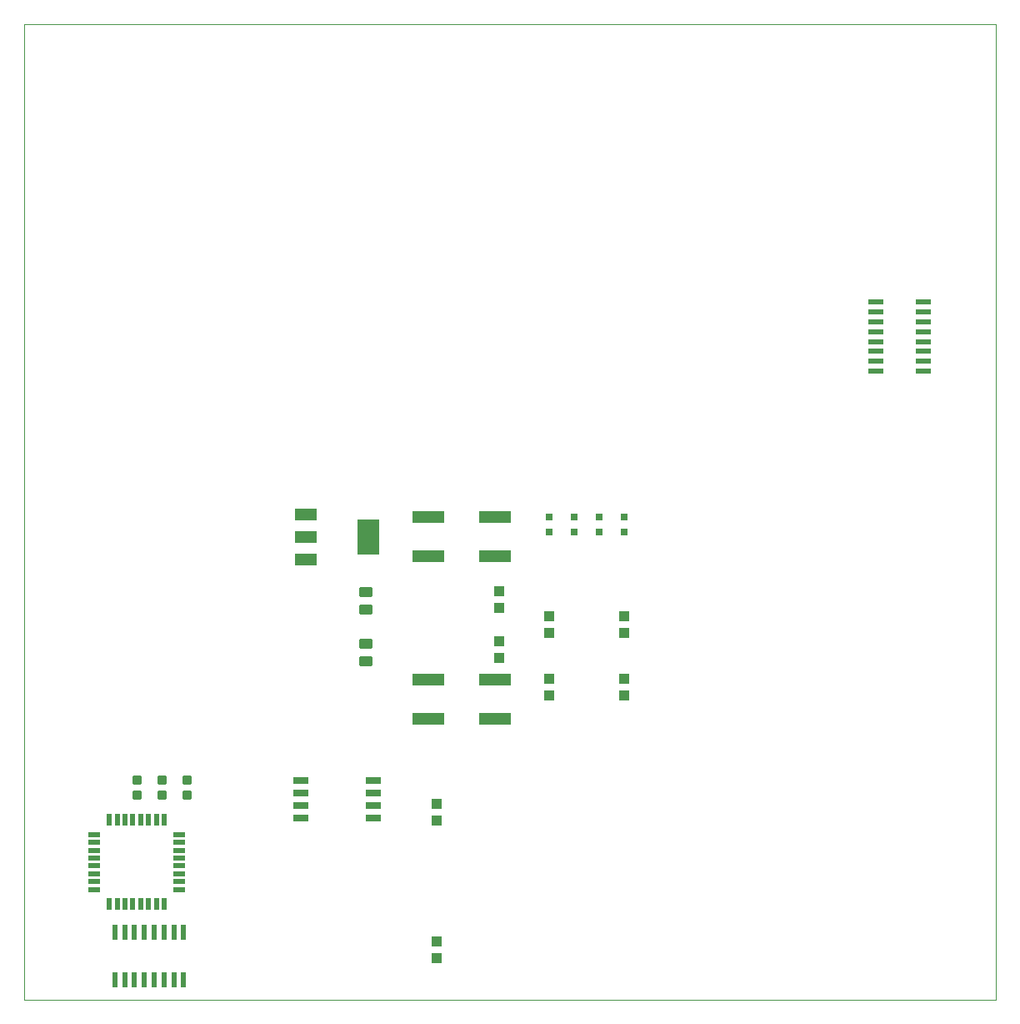
<source format=gtp>
G75*
%MOIN*%
%OFA0B0*%
%FSLAX24Y24*%
%IPPOS*%
%LPD*%
%AMOC8*
5,1,8,0,0,1.08239X$1,22.5*
%
%ADD10C,0.0000*%
%ADD11R,0.0500X0.0220*%
%ADD12R,0.0220X0.0500*%
%ADD13R,0.0197X0.0630*%
%ADD14R,0.0900X0.0500*%
%ADD15R,0.0850X0.1400*%
%ADD16C,0.0100*%
%ADD17R,0.0630X0.0250*%
%ADD18R,0.1260X0.0472*%
%ADD19R,0.0433X0.0394*%
%ADD20R,0.0630X0.0197*%
%ADD21R,0.0315X0.0315*%
%ADD22C,0.0088*%
D10*
X000535Y000725D02*
X000535Y039721D01*
X039405Y039721D01*
X039405Y000725D01*
X000535Y000725D01*
D11*
X003345Y005123D03*
X003345Y005438D03*
X003345Y005753D03*
X003345Y006068D03*
X003345Y006382D03*
X003345Y006697D03*
X003345Y007012D03*
X003345Y007327D03*
X006725Y007327D03*
X006725Y007012D03*
X006725Y006697D03*
X006725Y006382D03*
X006725Y006068D03*
X006725Y005753D03*
X006725Y005438D03*
X006725Y005123D03*
D12*
X006137Y004535D03*
X005822Y004535D03*
X005508Y004535D03*
X005193Y004535D03*
X004878Y004535D03*
X004563Y004535D03*
X004248Y004535D03*
X003933Y004535D03*
X003933Y007915D03*
X004248Y007915D03*
X004563Y007915D03*
X004878Y007915D03*
X005193Y007915D03*
X005508Y007915D03*
X005822Y007915D03*
X006137Y007915D03*
D13*
X006126Y003420D03*
X006519Y003420D03*
X006913Y003420D03*
X005732Y003420D03*
X005338Y003420D03*
X004945Y003420D03*
X004551Y003420D03*
X004157Y003420D03*
X004157Y001530D03*
X004551Y001530D03*
X004945Y001530D03*
X005338Y001530D03*
X005732Y001530D03*
X006126Y001530D03*
X006519Y001530D03*
X006913Y001530D03*
D14*
X011785Y018325D03*
X011785Y019225D03*
X011785Y020125D03*
D15*
X014285Y019225D03*
D16*
X014410Y017175D02*
X014410Y016875D01*
X013960Y016875D01*
X013960Y017175D01*
X014410Y017175D01*
X014410Y016974D02*
X013960Y016974D01*
X013960Y017073D02*
X014410Y017073D01*
X014410Y017172D02*
X013960Y017172D01*
X014410Y016475D02*
X014410Y016175D01*
X013960Y016175D01*
X013960Y016475D01*
X014410Y016475D01*
X014410Y016274D02*
X013960Y016274D01*
X013960Y016373D02*
X014410Y016373D01*
X014410Y016472D02*
X013960Y016472D01*
X014410Y015125D02*
X014410Y014825D01*
X013960Y014825D01*
X013960Y015125D01*
X014410Y015125D01*
X014410Y014924D02*
X013960Y014924D01*
X013960Y015023D02*
X014410Y015023D01*
X014410Y015122D02*
X013960Y015122D01*
X014410Y014425D02*
X014410Y014125D01*
X013960Y014125D01*
X013960Y014425D01*
X014410Y014425D01*
X014410Y014224D02*
X013960Y014224D01*
X013960Y014323D02*
X014410Y014323D01*
X014410Y014422D02*
X013960Y014422D01*
D17*
X014485Y009475D03*
X014485Y008975D03*
X014485Y008475D03*
X014485Y007975D03*
X011585Y007975D03*
X011585Y008475D03*
X011585Y008975D03*
X011585Y009475D03*
D18*
X016696Y011938D03*
X016696Y013512D03*
X019374Y013512D03*
X019374Y011938D03*
X019374Y018438D03*
X019374Y020012D03*
X016696Y020012D03*
X016696Y018438D03*
D19*
X019535Y017060D03*
X019535Y016390D03*
X019535Y015060D03*
X019535Y014390D03*
X021535Y013560D03*
X021535Y012890D03*
X021535Y015390D03*
X021535Y016060D03*
X024535Y016060D03*
X024535Y015390D03*
X024535Y013560D03*
X024535Y012890D03*
X017035Y008560D03*
X017035Y007890D03*
X017035Y003060D03*
X017035Y002390D03*
D20*
X034590Y025847D03*
X034590Y026241D03*
X034590Y026634D03*
X034590Y027028D03*
X034590Y027422D03*
X034590Y027816D03*
X034590Y028209D03*
X034590Y028603D03*
X036480Y028603D03*
X036480Y028209D03*
X036480Y027816D03*
X036480Y027422D03*
X036480Y027028D03*
X036480Y026634D03*
X036480Y026241D03*
X036480Y025847D03*
D21*
X024535Y020020D03*
X024535Y019430D03*
X023535Y019430D03*
X023535Y020020D03*
X022535Y020020D03*
X022535Y019430D03*
X021535Y019430D03*
X021535Y020020D03*
D22*
X006904Y009656D02*
X006904Y009394D01*
X006904Y009656D02*
X007166Y009656D01*
X007166Y009394D01*
X006904Y009394D01*
X006904Y009481D02*
X007166Y009481D01*
X007166Y009568D02*
X006904Y009568D01*
X006904Y009655D02*
X007166Y009655D01*
X006904Y009056D02*
X006904Y008794D01*
X006904Y009056D02*
X007166Y009056D01*
X007166Y008794D01*
X006904Y008794D01*
X006904Y008881D02*
X007166Y008881D01*
X007166Y008968D02*
X006904Y008968D01*
X006904Y009055D02*
X007166Y009055D01*
X005904Y009056D02*
X005904Y008794D01*
X005904Y009056D02*
X006166Y009056D01*
X006166Y008794D01*
X005904Y008794D01*
X005904Y008881D02*
X006166Y008881D01*
X006166Y008968D02*
X005904Y008968D01*
X005904Y009055D02*
X006166Y009055D01*
X005904Y009394D02*
X005904Y009656D01*
X006166Y009656D01*
X006166Y009394D01*
X005904Y009394D01*
X005904Y009481D02*
X006166Y009481D01*
X006166Y009568D02*
X005904Y009568D01*
X005904Y009655D02*
X006166Y009655D01*
X004904Y009656D02*
X004904Y009394D01*
X004904Y009656D02*
X005166Y009656D01*
X005166Y009394D01*
X004904Y009394D01*
X004904Y009481D02*
X005166Y009481D01*
X005166Y009568D02*
X004904Y009568D01*
X004904Y009655D02*
X005166Y009655D01*
X004904Y009056D02*
X004904Y008794D01*
X004904Y009056D02*
X005166Y009056D01*
X005166Y008794D01*
X004904Y008794D01*
X004904Y008881D02*
X005166Y008881D01*
X005166Y008968D02*
X004904Y008968D01*
X004904Y009055D02*
X005166Y009055D01*
M02*

</source>
